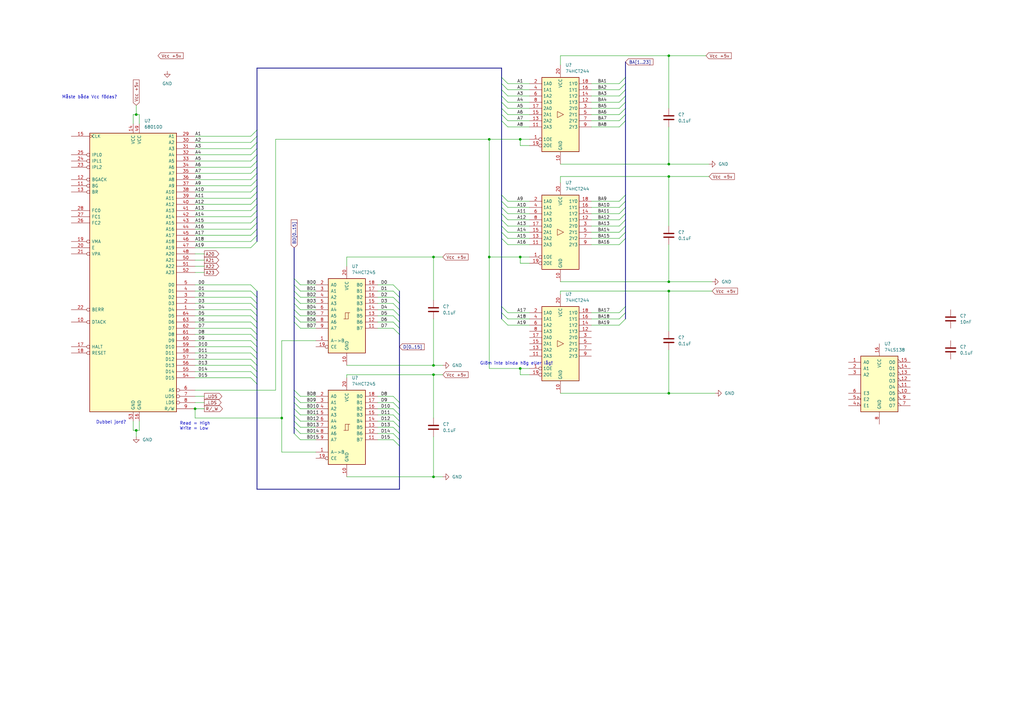
<source format=kicad_sch>
(kicad_sch (version 20211123) (generator eeschema)
  (paper "A3")
  (title_block (title "MB 68k Computer") (date "2022-01-29") (rev "v0.1") (company "Author: Mats Brorson") (comment 1 "License: TBD"))
  (lib_symbols
    (symbol "74xx:74HC245" (pin_names (offset 1.016))
      (property "Reference" "U" (at -7.62 16.51 0))
      (property "Value" "74HC245" (at -7.62 -16.51 0))
      (symbol "74HC245_1_0"
        (polyline (pts (xy -0.635 -1.27) (xy -0.635 1.27) (xy 0.635 1.27)))
        (polyline (pts (xy -1.27 -1.27) (xy 0.635 -1.27) (xy 0.635 1.27) (xy 1.27 1.27)))
        (pin input line (at -12.7 -10.16 0) (length 5.08) (name "A->B") (number "1"))
        (pin power_in line (at 0 -20.32 90) (length 5.08) (name "GND") (number "10"))
        (pin tri_state line (at 12.7 -5.08 180) (length 5.08) (name "B7") (number "11"))
        (pin tri_state line (at 12.7 -2.54 180) (length 5.08) (name "B6") (number "12"))
        (pin tri_state line (at 12.7 0 180) (length 5.08) (name "B5") (number "13"))
        (pin tri_state line (at 12.7 2.54 180) (length 5.08) (name "B4") (number "14"))
        (pin tri_state line (at 12.7 5.08 180) (length 5.08) (name "B3") (number "15"))
        (pin tri_state line (at 12.7 7.62 180) (length 5.08) (name "B2") (number "16"))
        (pin tri_state line (at 12.7 10.16 180) (length 5.08) (name "B1") (number "17"))
        (pin tri_state line (at 12.7 12.7 180) (length 5.08) (name "B0") (number "18"))
        (pin input inverted (at -12.7 -12.7 0) (length 5.08) (name "CE") (number "19"))
        (pin tri_state line (at -12.7 12.7 0) (length 5.08) (name "A0") (number "2"))
        (pin power_in line (at 0 20.32 270) (length 5.08) (name "VCC") (number "20"))
        (pin tri_state line (at -12.7 10.16 0) (length 5.08) (name "A1") (number "3"))
        (pin tri_state line (at -12.7 7.62 0) (length 5.08) (name "A2") (number "4"))
        (pin tri_state line (at -12.7 5.08 0) (length 5.08) (name "A3") (number "5"))
        (pin tri_state line (at -12.7 2.54 0) (length 5.08) (name "A4") (number "6"))
        (pin tri_state line (at -12.7 0 0) (length 5.08) (name "A5") (number "7"))
        (pin tri_state line (at -12.7 -2.54 0) (length 5.08) (name "A6") (number "8"))
        (pin tri_state line (at -12.7 -5.08 0) (length 5.08) (name "A7") (number "9"))
      )
      (symbol "74HC245_1_1"
        (rectangle (start -7.62 15.24) (end 7.62 -15.24) (stroke (width 0.254)) (fill (type background)))
      )
    )
    (symbol "74xx:74HCT244"
      (property "Reference" "U" (at -7.62 16.51 0))
      (property "Value" "74HCT244" (at -7.62 -16.51 0))
      (symbol "74HCT244_1_0"
        (polyline (pts (xy 1.27 0) (xy -1.27 1.27) (xy -1.27 -1.27) (xy 1.27 0)) (stroke (width 0.1524)))
        (pin input inverted (at -12.7 -10.16 0) (length 5.08) (name "1OE") (number "1"))
        (pin power_in line (at 0 -20.32 90) (length 5.08) (name "GND") (number "10"))
        (pin input line (at -12.7 -5.08 0) (length 5.08) (name "2A3") (number "11"))
        (pin tri_state line (at 12.7 5.08 180) (length 5.08) (name "1Y3") (number "12"))
        (pin input line (at -12.7 -2.54 0) (length 5.08) (name "2A2") (number "13"))
        (pin tri_state line (at 12.7 7.62 180) (length 5.08) (name "1Y2") (number "14"))
        (pin input line (at -12.7 0 0) (length 5.08) (name "2A1") (number "15"))
        (pin tri_state line (at 12.7 10.16 180) (length 5.08) (name "1Y1") (number "16"))
        (pin input line (at -12.7 2.54 0) (length 5.08) (name "2A0") (number "17"))
        (pin tri_state line (at 12.7 12.7 180) (length 5.08) (name "1Y0") (number "18"))
        (pin input inverted (at -12.7 -12.7 0) (length 5.08) (name "2OE") (number "19"))
        (pin input line (at -12.7 12.7 0) (length 5.08) (name "1A0") (number "2"))
        (pin power_in line (at 0 20.32 270) (length 5.08) (name "VCC") (number "20"))
        (pin tri_state line (at 12.7 2.54 180) (length 5.08) (name "2Y0") (number "3"))
        (pin input line (at -12.7 10.16 0) (length 5.08) (name "1A1") (number "4"))
        (pin tri_state line (at 12.7 0 180) (length 5.08) (name "2Y1") (number "5"))
        (pin input line (at -12.7 7.62 0) (length 5.08) (name "1A2") (number "6"))
        (pin tri_state line (at 12.7 -2.54 180) (length 5.08) (name "2Y2") (number "7"))
        (pin input line (at -12.7 5.08 0) (length 5.08) (name "1A3") (number "8"))
        (pin tri_state line (at 12.7 -5.08 180) (length 5.08) (name "2Y3") (number "9"))
      )
      (symbol "74HCT244_1_1"
        (rectangle (start -7.62 15.24) (end 7.62 -15.24) (stroke (width 0.254)) (fill (type background)))
      )
    )
    (symbol "74xx:74LS138" (pin_names (offset 1.016))
      (property "Reference" "U" (at -7.62 11.43 0))
      (property "Value" "74LS138" (at -7.62 -13.97 0))
      (symbol "74LS138_1_0"
        (pin input line (at -12.7 7.62 0) (length 5.08) (name "A0") (number "1"))
        (pin output output_low (at 12.7 -5.08 180) (length 5.08) (name "O5") (number "10"))
        (pin output output_low (at 12.7 -2.54 180) (length 5.08) (name "O4") (number "11"))
        (pin output output_low (at 12.7 0 180) (length 5.08) (name "O3") (number "12"))
        (pin output output_low (at 12.7 2.54 180) (length 5.08) (name "O2") (number "13"))
        (pin output output_low (at 12.7 5.08 180) (length 5.08) (name "O1") (number "14"))
        (pin output output_low (at 12.7 7.62 180) (length 5.08) (name "O0") (number "15"))
        (pin power_in line (at 0 15.24 270) (length 5.08) (name "VCC") (number "16"))
        (pin input line (at -12.7 5.08 0) (length 5.08) (name "A1") (number "2"))
        (pin input line (at -12.7 2.54 0) (length 5.08) (name "A2") (number "3"))
        (pin input input_low (at -12.7 -10.16 0) (length 5.08) (name "E1") (number "4"))
        (pin input input_low (at -12.7 -7.62 0) (length 5.08) (name "E2") (number "5"))
        (pin input line (at -12.7 -5.08 0) (length 5.08) (name "E3") (number "6"))
        (pin output output_low (at 12.7 -10.16 180) (length 5.08) (name "O7") (number "7"))
        (pin power_in line (at 0 -17.78 90) (length 5.08) (name "GND") (number "8"))
        (pin output output_low (at 12.7 -7.62 180) (length 5.08) (name "O6") (number "9"))
      )
      (symbol "74LS138_1_1"
        (rectangle (start -7.62 10.16) (end 7.62 -12.7) (stroke (width 0.254)) (fill (type background)))
      )
    )
    (symbol "CPU_NXP_68000:68010D" (pin_names (offset 0.762))
      (property "Reference" "U" (at 0 2.54 0))
      (property "Value" "68010D" (at 0 -3.81 0))
      (symbol "68010D_0_1"
        (rectangle (start -17.78 57.15) (end 17.78 -57.15) (stroke (width 0.254)) (fill (type background)))
      )
      (symbol "68010D_1_1"
        (pin bidirectional line (at 25.4 -15.24 180) (length 7.62) (name "D4") (number "1"))
        (pin input inverted (at -25.4 -20.32 0) (length 7.62) (name "DTACK") (number "10"))
        (pin output inverted (at -25.4 35.56 0) (length 7.62) (name "BG") (number "11"))
        (pin input inverted (at -25.4 38.1 0) (length 7.62) (name "BGACK") (number "12"))
        (pin input inverted (at -25.4 33.02 0) (length 7.62) (name "BR") (number "13"))
        (pin power_in line (at 0 60.96 270) (length 3.81) (name "VCC") (number "14"))
        (pin input clock (at -25.4 55.88 0) (length 7.62) (name "CLK") (number "15"))
        (pin power_in line (at 2.54 -60.96 90) (length 3.81) (name "GND") (number "16"))
        (pin bidirectional inverted (at -25.4 -30.48 0) (length 7.62) (name "HALT") (number "17"))
        (pin bidirectional inverted (at -25.4 -33.02 0) (length 7.62) (name "RESET") (number "18"))
        (pin output inverted (at -25.4 12.7 0) (length 7.62) (name "VMA") (number "19"))
        (pin bidirectional line (at 25.4 -12.7 180) (length 7.62) (name "D3") (number "2"))
        (pin output line (at -25.4 10.16 0) (length 7.62) (name "E") (number "20"))
        (pin input inverted (at -25.4 7.62 0) (length 7.62) (name "VPA") (number "21"))
        (pin input inverted (at -25.4 -15.24 0) (length 7.62) (name "BERR") (number "22"))
        (pin input inverted (at -25.4 43.18 0) (length 7.62) (name "IPL2") (number "23"))
        (pin input inverted (at -25.4 45.72 0) (length 7.62) (name "IPL1") (number "24"))
        (pin input inverted (at -25.4 48.26 0) (length 7.62) (name "IPL0") (number "25"))
        (pin output line (at -25.4 20.32 0) (length 7.62) (name "FC2") (number "26"))
        (pin output line (at -25.4 22.86 0) (length 7.62) (name "FC1") (number "27"))
        (pin output line (at -25.4 25.4 0) (length 7.62) (name "FC0") (number "28"))
        (pin output line (at 25.4 55.88 180) (length 7.62) (name "A1") (number "29"))
        (pin bidirectional line (at 25.4 -10.16 180) (length 7.62) (name "D2") (number "3"))
        (pin output line (at 25.4 53.34 180) (length 7.62) (name "A2") (number "30"))
        (pin output line (at 25.4 50.8 180) (length 7.62) (name "A3") (number "31"))
        (pin output line (at 25.4 48.26 180) (length 7.62) (name "A4") (number "32"))
        (pin output line (at 25.4 45.72 180) (length 7.62) (name "A5") (number "33"))
        (pin output line (at 25.4 43.18 180) (length 7.62) (name "A6") (number "34"))
        (pin output line (at 25.4 40.64 180) (length 7.62) (name "A7") (number "35"))
        (pin output line (at 25.4 38.1 180) (length 7.62) (name "A8") (number "36"))
        (pin output line (at 25.4 35.56 180) (length 7.62) (name "A9") (number "37"))
        (pin output line (at 25.4 33.02 180) (length 7.62) (name "A10") (number "38"))
        (pin output line (at 25.4 30.48 180) (length 7.62) (name "A11") (number "39"))
        (pin bidirectional line (at 25.4 -7.62 180) (length 7.62) (name "D1") (number "4"))
        (pin output line (at 25.4 27.94 180) (length 7.62) (name "A12") (number "40"))
        (pin output line (at 25.4 25.4 180) (length 7.62) (name "A13") (number "41"))
        (pin output line (at 25.4 22.86 180) (length 7.62) (name "A14") (number "42"))
        (pin output line (at 25.4 20.32 180) (length 7.62) (name "A15") (number "43"))
        (pin output line (at 25.4 17.78 180) (length 7.62) (name "A16") (number "44"))
        (pin output line (at 25.4 15.24 180) (length 7.62) (name "A17") (number "45"))
        (pin output line (at 25.4 12.7 180) (length 7.62) (name "A18") (number "46"))
        (pin output line (at 25.4 10.16 180) (length 7.62) (name "A19") (number "47"))
        (pin output line (at 25.4 7.62 180) (length 7.62) (name "A20") (number "48"))
        (pin power_in line (at 2.54 60.96 270) (length 3.81) (name "VCC") (number "49"))
        (pin bidirectional line (at 25.4 -5.08 180) (length 7.62) (name "D0") (number "5"))
        (pin output line (at 25.4 5.08 180) (length 7.62) (name "A21") (number "50"))
        (pin output line (at 25.4 2.54 180) (length 7.62) (name "A22") (number "51"))
        (pin output line (at 25.4 0 180) (length 7.62) (name "A23") (number "52"))
        (pin power_in line (at 0 -60.96 90) (length 3.81) (name "GND") (number "53"))
        (pin bidirectional line (at 25.4 -43.18 180) (length 7.62) (name "D15") (number "54"))
        (pin bidirectional line (at 25.4 -40.64 180) (length 7.62) (name "D14") (number "55"))
        (pin bidirectional line (at 25.4 -38.1 180) (length 7.62) (name "D13") (number "56"))
        (pin bidirectional line (at 25.4 -35.56 180) (length 7.62) (name "D12") (number "57"))
        (pin bidirectional line (at 25.4 -33.02 180) (length 7.62) (name "D11") (number "58"))
        (pin bidirectional line (at 25.4 -30.48 180) (length 7.62) (name "D10") (number "59"))
        (pin output inverted (at 25.4 -48.26 180) (length 7.62) (name "AS") (number "6"))
        (pin bidirectional line (at 25.4 -27.94 180) (length 7.62) (name "D9") (number "60"))
        (pin bidirectional line (at 25.4 -25.4 180) (length 7.62) (name "D8") (number "61"))
        (pin bidirectional line (at 25.4 -22.86 180) (length 7.62) (name "D7") (number "62"))
        (pin bidirectional line (at 25.4 -20.32 180) (length 7.62) (name "D6") (number "63"))
        (pin bidirectional line (at 25.4 -17.78 180) (length 7.62) (name "D5") (number "64"))
        (pin output inverted (at 25.4 -50.8 180) (length 7.62) (name "UDS") (number "7"))
        (pin output inverted (at 25.4 -53.34 180) (length 7.62) (name "LDS") (number "8"))
        (pin output line (at 25.4 -55.88 180) (length 7.62) (name "R/W") (number "9"))
      )
    )
    (symbol "Device:C" (pin_numbers hide) (pin_names (offset 0.254))
      (property "Reference" "C" (at 0.635 2.54 0))
      (property "Value" "C" (at 0.635 -2.54 0))
      (symbol "C_0_1"
        (polyline (pts (xy -2.032 -0.762) (xy 2.032 -0.762)) (stroke (width 0.508)))
        (polyline (pts (xy -2.032 0.762) (xy 2.032 0.762)) (stroke (width 0.508)))
      )
      (symbol "C_1_1"
        (pin passive line (at 0 3.81 270) (length 2.794) (name "~") (number "1"))
        (pin passive line (at 0 -3.81 90) (length 2.794) (name "~") (number "2"))
      )
    )
    (symbol "power:GND" (power) (pin_names (offset 0))
      (property "Value" "GND" (at 0 -3.81 0))
      (symbol "GND_0_1"
        (polyline (pts (xy 0 0) (xy 0 -1.27) (xy 1.27 -1.27) (xy 0 -2.54) (xy -1.27 -1.27) (xy 0 -1.27)))
      )
      (symbol "GND_1_1"
        (pin power_in line (at 0 0 270) (length 0) hide (name "GND") (number "1"))
      )
    )
  )
  (junction (at 274.32 22.86))
  (junction (at 274.32 161.29))
  (junction (at 213.36 57.15))
  (junction (at 200.66 105.41))
  (junction (at 55.88 176.53))
  (junction (at 177.8 153.67))
  (junction (at 274.32 115.57))
  (junction (at 177.8 105.41))
  (junction (at 213.36 151.13))
  (junction (at 213.36 105.41))
  (junction (at 55.88 46.99))
  (junction (at 115.57 171.45))
  (junction (at 177.8 149.86))
  (junction (at 274.32 72.39))
  (junction (at 274.32 67.31))
  (junction (at 200.66 57.15))
  (junction (at 177.8 195.58))
  (junction (at 80.01 167.64))
  (junction (at 274.32 119.38))
  (bus_entry (at 163.83 177.8) (size -2.54 -2.54))
  (bus_entry (at 120.65 132.08) (size 2.54 2.54))
  (bus_entry (at 120.65 129.54) (size 2.54 2.54))
  (bus_entry (at 120.65 127) (size 2.54 2.54))
  (bus_entry (at 120.65 124.46) (size 2.54 2.54))
  (bus_entry (at 120.65 121.92) (size 2.54 2.54))
  (bus_entry (at 120.65 114.3) (size 2.54 2.54))
  (bus_entry (at 120.65 116.84) (size 2.54 2.54))
  (bus_entry (at 120.65 119.38) (size 2.54 2.54))
  (bus_entry (at 120.65 165.1) (size 2.54 2.54))
  (bus_entry (at 120.65 167.64) (size 2.54 2.54))
  (bus_entry (at 120.65 177.8) (size 2.54 2.54))
  (bus_entry (at 120.65 162.56) (size 2.54 2.54))
  (bus_entry (at 120.65 170.18) (size 2.54 2.54))
  (bus_entry (at 120.65 175.26) (size 2.54 2.54))
  (bus_entry (at 120.65 172.72) (size 2.54 2.54))
  (bus_entry (at 120.65 160.02) (size 2.54 2.54))
  (bus_entry (at 102.87 149.86) (size 2.54 2.54))
  (bus_entry (at 102.87 152.4) (size 2.54 2.54))
  (bus_entry (at 102.87 134.62) (size 2.54 2.54))
  (bus_entry (at 102.87 99.06) (size 2.54 -2.54))
  (bus_entry (at 102.87 101.6) (size 2.54 -2.54))
  (bus_entry (at 102.87 96.52) (size 2.54 -2.54))
  (bus_entry (at 102.87 93.98) (size 2.54 -2.54))
  (bus_entry (at 163.83 170.18) (size -2.54 -2.54))
  (bus_entry (at 163.83 124.46) (size -2.54 -2.54))
  (bus_entry (at 163.83 127) (size -2.54 -2.54))
  (bus_entry (at 102.87 121.92) (size 2.54 2.54))
  (bus_entry (at 102.87 124.46) (size 2.54 2.54))
  (bus_entry (at 163.83 137.16) (size -2.54 -2.54))
  (bus_entry (at 102.87 154.94) (size 2.54 2.54))
  (bus_entry (at 102.87 119.38) (size 2.54 2.54))
  (bus_entry (at 163.83 119.38) (size -2.54 -2.54))
  (bus_entry (at 163.83 180.34) (size -2.54 -2.54))
  (bus_entry (at 163.83 175.26) (size -2.54 -2.54))
  (bus_entry (at 102.87 127) (size 2.54 2.54))
  (bus_entry (at 102.87 147.32) (size 2.54 2.54))
  (bus_entry (at 163.83 165.1) (size -2.54 -2.54))
  (bus_entry (at 102.87 137.16) (size 2.54 2.54))
  (bus_entry (at 102.87 83.82) (size 2.54 -2.54))
  (bus_entry (at 102.87 86.36) (size 2.54 -2.54))
  (bus_entry (at 102.87 81.28) (size 2.54 -2.54))
  (bus_entry (at 102.87 88.9) (size 2.54 -2.54))
  (bus_entry (at 102.87 76.2) (size 2.54 -2.54))
  (bus_entry (at 102.87 73.66) (size 2.54 -2.54))
  (bus_entry (at 102.87 91.44) (size 2.54 -2.54))
  (bus_entry (at 102.87 68.58) (size 2.54 -2.54))
  (bus_entry (at 102.87 71.12) (size 2.54 -2.54))
  (bus_entry (at 102.87 55.88) (size 2.54 -2.54))
  (bus_entry (at 102.87 58.42) (size 2.54 -2.54))
  (bus_entry (at 102.87 60.96) (size 2.54 -2.54))
  (bus_entry (at 102.87 78.74) (size 2.54 -2.54))
  (bus_entry (at 102.87 66.04) (size 2.54 -2.54))
  (bus_entry (at 102.87 63.5) (size 2.54 -2.54))
  (bus_entry (at 163.83 134.62) (size -2.54 -2.54))
  (bus_entry (at 205.74 130.81) (size 2.54 2.54))
  (bus_entry (at 205.74 128.27) (size 2.54 2.54))
  (bus_entry (at 205.74 125.73) (size 2.54 2.54))
  (bus_entry (at 205.74 97.79) (size 2.54 2.54))
  (bus_entry (at 205.74 95.25) (size 2.54 2.54))
  (bus_entry (at 205.74 46.99) (size 2.54 2.54))
  (bus_entry (at 205.74 49.53) (size 2.54 2.54))
  (bus_entry (at 205.74 36.83) (size 2.54 2.54))
  (bus_entry (at 205.74 41.91) (size 2.54 2.54))
  (bus_entry (at 205.74 39.37) (size 2.54 2.54))
  (bus_entry (at 205.74 44.45) (size 2.54 2.54))
  (bus_entry (at 205.74 34.29) (size 2.54 2.54))
  (bus_entry (at 205.74 31.75) (size 2.54 2.54))
  (bus_entry (at 205.74 85.09) (size 2.54 2.54))
  (bus_entry (at 205.74 90.17) (size 2.54 2.54))
  (bus_entry (at 205.74 87.63) (size 2.54 2.54))
  (bus_entry (at 205.74 92.71) (size 2.54 2.54))
  (bus_entry (at 205.74 82.55) (size 2.54 2.54))
  (bus_entry (at 205.74 80.01) (size 2.54 2.54))
  (bus_entry (at 102.87 139.7) (size 2.54 2.54))
  (bus_entry (at 102.87 144.78) (size 2.54 2.54))
  (bus_entry (at 254 49.53) (size 2.54 -2.54))
  (bus_entry (at 254 52.07) (size 2.54 -2.54))
  (bus_entry (at 254 90.17) (size 2.54 -2.54))
  (bus_entry (at 254 92.71) (size 2.54 -2.54))
  (bus_entry (at 254 87.63) (size 2.54 -2.54))
  (bus_entry (at 254 85.09) (size 2.54 -2.54))
  (bus_entry (at 254 82.55) (size 2.54 -2.54))
  (bus_entry (at 254 95.25) (size 2.54 -2.54))
  (bus_entry (at 254 97.79) (size 2.54 -2.54))
  (bus_entry (at 254 100.33) (size 2.54 -2.54))
  (bus_entry (at 254 133.35) (size 2.54 -2.54))
  (bus_entry (at 254 130.81) (size 2.54 -2.54))
  (bus_entry (at 254 128.27) (size 2.54 -2.54))
  (bus_entry (at 254 39.37) (size 2.54 -2.54))
  (bus_entry (at 254 36.83) (size 2.54 -2.54))
  (bus_entry (at 254 41.91) (size 2.54 -2.54))
  (bus_entry (at 254 44.45) (size 2.54 -2.54))
  (bus_entry (at 254 46.99) (size 2.54 -2.54))
  (bus_entry (at 254 34.29) (size 2.54 -2.54))
  (bus_entry (at 163.83 129.54) (size -2.54 -2.54))
  (bus_entry (at 102.87 129.54) (size 2.54 2.54))
  (bus_entry (at 102.87 132.08) (size 2.54 2.54))
  (bus_entry (at 102.87 116.84) (size 2.54 2.54))
  (bus_entry (at 163.83 167.64) (size -2.54 -2.54))
  (bus_entry (at 163.83 182.88) (size -2.54 -2.54))
  (bus_entry (at 163.83 121.92) (size -2.54 -2.54))
  (bus_entry (at 102.87 142.24) (size 2.54 2.54))
  (bus_entry (at 163.83 172.72) (size -2.54 -2.54))
  (bus_entry (at 163.83 132.08) (size -2.54 -2.54))
  (wire (pts (xy 115.57 139.7) (xy 129.54 139.7)))
  (wire (pts (xy 229.87 22.86) (xy 229.87 26.67)))
  (wire (pts (xy 123.19 172.72) (xy 129.54 172.72)))
  (wire (pts (xy 142.24 154.94) (xy 142.24 153.67)))
  (wire (pts (xy 80.01 129.54) (xy 102.87 129.54)))
  (wire (pts (xy 80.01 171.45) (xy 115.57 171.45)))
  (wire (pts (xy 242.57 44.45) (xy 254 44.45)))
  (bus (pts (xy 256.54 41.91) (xy 256.54 44.45)))
  (wire (pts (xy 80.01 68.58) (xy 102.87 68.58)))
  (wire (pts (xy 242.57 46.99) (xy 254 46.99)))
  (bus (pts (xy 120.65 124.46) (xy 120.65 127)))
  (wire (pts (xy 200.66 57.15) (xy 213.36 57.15)))
  (wire (pts (xy 229.87 67.31) (xy 274.32 67.31)))
  (bus (pts (xy 205.74 82.55) (xy 205.74 85.09)))
  (wire (pts (xy 80.01 137.16) (xy 102.87 137.16)))
  (wire (pts (xy 80.01 78.74) (xy 102.87 78.74)))
  (bus (pts (xy 205.74 27.94) (xy 205.74 31.75)))
  (bus (pts (xy 256.54 80.01) (xy 256.54 82.55)))
  (wire (pts (xy 208.28 130.81) (xy 217.17 130.81)))
  (bus (pts (xy 105.41 149.86) (xy 105.41 152.4)))
  (bus (pts (xy 205.74 39.37) (xy 205.74 41.91)))
  (bus (pts (xy 105.41 154.94) (xy 105.41 157.48)))
  (bus (pts (xy 120.65 116.84) (xy 120.65 119.38)))
  (wire (pts (xy 208.28 44.45) (xy 217.17 44.45)))
  (bus (pts (xy 163.83 177.8) (xy 163.83 180.34)))
  (bus (pts (xy 205.74 85.09) (xy 205.74 87.63)))
  (wire (pts (xy 57.15 172.72) (xy 57.15 176.53)))
  (wire (pts (xy 142.24 195.58) (xy 177.8 195.58)))
  (wire (pts (xy 208.28 49.53) (xy 217.17 49.53)))
  (bus (pts (xy 105.41 60.96) (xy 105.41 58.42)))
  (wire (pts (xy 80.01 83.82) (xy 102.87 83.82)))
  (bus (pts (xy 163.83 165.1) (xy 163.83 167.64)))
  (bus (pts (xy 105.41 134.62) (xy 105.41 137.16)))
  (wire (pts (xy 274.32 115.57) (xy 292.1 115.57)))
  (wire (pts (xy 80.01 81.28) (xy 102.87 81.28)))
  (bus (pts (xy 120.65 172.72) (xy 120.65 175.26)))
  (wire (pts (xy 123.19 175.26) (xy 129.54 175.26)))
  (wire (pts (xy 274.32 22.86) (xy 289.56 22.86)))
  (bus (pts (xy 120.65 160.02) (xy 120.65 162.56)))
  (bus (pts (xy 105.41 99.06) (xy 105.41 96.52)))
  (bus (pts (xy 105.41 127) (xy 105.41 129.54)))
  (bus (pts (xy 105.41 68.58) (xy 105.41 66.04)))
  (wire (pts (xy 208.28 36.83) (xy 217.17 36.83)))
  (bus (pts (xy 105.41 129.54) (xy 105.41 132.08)))
  (wire (pts (xy 242.57 34.29) (xy 254 34.29)))
  (wire (pts (xy 80.01 127) (xy 102.87 127)))
  (wire (pts (xy 80.01 109.22) (xy 83.82 109.22)))
  (bus (pts (xy 256.54 95.25) (xy 256.54 97.79)))
  (wire (pts (xy 123.19 134.62) (xy 129.54 134.62)))
  (wire (pts (xy 80.01 66.04) (xy 102.87 66.04)))
  (wire (pts (xy 142.24 153.67) (xy 177.8 153.67)))
  (wire (pts (xy 80.01 63.5) (xy 102.87 63.5)))
  (wire (pts (xy 113.03 57.15) (xy 200.66 57.15)))
  (wire (pts (xy 154.94 167.64) (xy 161.29 167.64)))
  (wire (pts (xy 54.61 172.72) (xy 54.61 176.53)))
  (wire (pts (xy 274.32 119.38) (xy 292.1 119.38)))
  (wire (pts (xy 123.19 121.92) (xy 129.54 121.92)))
  (bus (pts (xy 105.41 63.5) (xy 105.41 60.96)))
  (wire (pts (xy 80.01 160.02) (xy 113.03 160.02)))
  (wire (pts (xy 242.57 87.63) (xy 254 87.63)))
  (wire (pts (xy 274.32 161.29) (xy 293.37 161.29)))
  (bus (pts (xy 163.83 167.64) (xy 163.83 170.18)))
  (wire (pts (xy 242.57 82.55) (xy 254 82.55)))
  (wire (pts (xy 80.01 60.96) (xy 102.87 60.96)))
  (wire (pts (xy 80.01 111.76) (xy 83.82 111.76)))
  (bus (pts (xy 105.41 88.9) (xy 105.41 86.36)))
  (wire (pts (xy 80.01 73.66) (xy 102.87 73.66)))
  (wire (pts (xy 80.01 91.44) (xy 102.87 91.44)))
  (wire (pts (xy 229.87 115.57) (xy 274.32 115.57)))
  (wire (pts (xy 208.28 41.91) (xy 217.17 41.91)))
  (wire (pts (xy 123.19 167.64) (xy 129.54 167.64)))
  (bus (pts (xy 163.83 182.88) (xy 163.83 200.66)))
  (bus (pts (xy 256.54 46.99) (xy 256.54 49.53)))
  (bus (pts (xy 163.83 124.46) (xy 163.83 127)))
  (wire (pts (xy 242.57 49.53) (xy 254 49.53)))
  (wire (pts (xy 80.01 76.2) (xy 102.87 76.2)))
  (bus (pts (xy 105.41 157.48) (xy 105.41 200.66)))
  (wire (pts (xy 80.01 149.86) (xy 102.87 149.86)))
  (wire (pts (xy 154.94 127) (xy 161.29 127)))
  (wire (pts (xy 80.01 101.6) (xy 102.87 101.6)))
  (bus (pts (xy 256.54 44.45) (xy 256.54 46.99)))
  (bus (pts (xy 256.54 25.4) (xy 256.54 31.75)))
  (wire (pts (xy 80.01 71.12) (xy 102.87 71.12)))
  (bus (pts (xy 120.65 114.3) (xy 120.65 116.84)))
  (bus (pts (xy 163.83 172.72) (xy 163.83 175.26)))
  (bus (pts (xy 105.41 144.78) (xy 105.41 147.32)))
  (bus (pts (xy 163.83 127) (xy 163.83 129.54)))
  (wire (pts (xy 274.32 100.33) (xy 274.32 115.57)))
  (wire (pts (xy 274.32 67.31) (xy 290.83 67.31)))
  (bus (pts (xy 105.41 76.2) (xy 105.41 73.66)))
  (wire (pts (xy 55.88 176.53) (xy 57.15 176.53)))
  (bus (pts (xy 120.65 101.6) (xy 120.65 114.3)))
  (wire (pts (xy 80.01 86.36) (xy 102.87 86.36)))
  (bus (pts (xy 205.74 128.27) (xy 205.74 130.81)))
  (wire (pts (xy 242.57 97.79) (xy 254 97.79)))
  (bus (pts (xy 256.54 82.55) (xy 256.54 85.09)))
  (wire (pts (xy 242.57 92.71) (xy 254 92.71)))
  (wire (pts (xy 177.8 105.41) (xy 181.61 105.41)))
  (bus (pts (xy 163.83 132.08) (xy 163.83 134.62)))
  (bus (pts (xy 205.74 36.83) (xy 205.74 39.37)))
  (wire (pts (xy 54.61 176.53) (xy 55.88 176.53)))
  (wire (pts (xy 242.57 95.25) (xy 254 95.25)))
  (wire (pts (xy 274.32 72.39) (xy 290.83 72.39)))
  (bus (pts (xy 256.54 128.27) (xy 256.54 130.81)))
  (wire (pts (xy 208.28 95.25) (xy 217.17 95.25)))
  (wire (pts (xy 123.19 119.38) (xy 129.54 119.38)))
  (wire (pts (xy 208.28 97.79) (xy 217.17 97.79)))
  (bus (pts (xy 205.74 41.91) (xy 205.74 44.45)))
  (wire (pts (xy 242.57 128.27) (xy 254 128.27)))
  (bus (pts (xy 163.83 137.16) (xy 163.83 165.1)))
  (wire (pts (xy 242.57 41.91) (xy 254 41.91)))
  (wire (pts (xy 217.17 151.13) (xy 213.36 151.13)))
  (wire (pts (xy 274.32 22.86) (xy 274.32 44.45)))
  (wire (pts (xy 80.01 106.68) (xy 83.82 106.68)))
  (bus (pts (xy 205.74 87.63) (xy 205.74 90.17)))
  (bus (pts (xy 120.65 129.54) (xy 120.65 132.08)))
  (wire (pts (xy 80.01 93.98) (xy 102.87 93.98)))
  (bus (pts (xy 120.65 121.92) (xy 120.65 124.46)))
  (wire (pts (xy 274.32 119.38) (xy 274.32 135.89)))
  (wire (pts (xy 115.57 185.42) (xy 129.54 185.42)))
  (bus (pts (xy 163.83 119.38) (xy 163.83 121.92)))
  (wire (pts (xy 229.87 22.86) (xy 274.32 22.86)))
  (bus (pts (xy 105.41 139.7) (xy 105.41 142.24)))
  (wire (pts (xy 229.87 119.38) (xy 229.87 120.65)))
  (wire (pts (xy 200.66 105.41) (xy 200.66 57.15)))
  (bus (pts (xy 105.41 55.88) (xy 105.41 53.34)))
  (wire (pts (xy 217.17 107.95) (xy 213.36 107.95)))
  (wire (pts (xy 154.94 124.46) (xy 161.29 124.46)))
  (bus (pts (xy 205.74 90.17) (xy 205.74 92.71)))
  (wire (pts (xy 80.01 116.84) (xy 102.87 116.84)))
  (wire (pts (xy 177.8 179.07) (xy 177.8 195.58)))
  (wire (pts (xy 274.32 72.39) (xy 274.32 92.71)))
  (wire (pts (xy 80.01 96.52) (xy 102.87 96.52)))
  (bus (pts (xy 120.65 175.26) (xy 120.65 177.8)))
  (wire (pts (xy 154.94 132.08) (xy 161.29 132.08)))
  (bus (pts (xy 256.54 31.75) (xy 256.54 34.29)))
  (bus (pts (xy 256.54 34.29) (xy 256.54 36.83)))
  (wire (pts (xy 208.28 100.33) (xy 217.17 100.33)))
  (wire (pts (xy 80.01 167.64) (xy 83.82 167.64)))
  (bus (pts (xy 105.41 152.4) (xy 105.41 154.94)))
  (wire (pts (xy 213.36 59.69) (xy 213.36 57.15)))
  (bus (pts (xy 205.74 31.75) (xy 205.74 34.29)))
  (bus (pts (xy 105.41 124.46) (xy 105.41 127)))
  (wire (pts (xy 154.94 129.54) (xy 161.29 129.54)))
  (wire (pts (xy 142.24 109.22) (xy 142.24 105.41)))
  (wire (pts (xy 142.24 149.86) (xy 177.8 149.86)))
  (bus (pts (xy 256.54 85.09) (xy 256.54 87.63)))
  (bus (pts (xy 105.41 119.38) (xy 105.41 121.92)))
  (wire (pts (xy 123.19 165.1) (xy 129.54 165.1)))
  (wire (pts (xy 274.32 52.07) (xy 274.32 67.31)))
  (wire (pts (xy 80.01 88.9) (xy 102.87 88.9)))
  (bus (pts (xy 120.65 170.18) (xy 120.65 172.72)))
  (bus (pts (xy 105.41 137.16) (xy 105.41 139.7)))
  (bus (pts (xy 105.41 58.42) (xy 105.41 55.88)))
  (wire (pts (xy 229.87 72.39) (xy 274.32 72.39)))
  (wire (pts (xy 154.94 175.26) (xy 161.29 175.26)))
  (wire (pts (xy 142.24 105.41) (xy 177.8 105.41)))
  (wire (pts (xy 213.36 153.67) (xy 213.36 151.13)))
  (bus (pts (xy 256.54 49.53) (xy 256.54 80.01)))
  (bus (pts (xy 105.41 81.28) (xy 105.41 78.74)))
  (bus (pts (xy 205.74 125.73) (xy 205.74 128.27)))
  (wire (pts (xy 154.94 172.72) (xy 161.29 172.72)))
  (bus (pts (xy 256.54 90.17) (xy 256.54 92.71)))
  (wire (pts (xy 208.28 85.09) (xy 217.17 85.09)))
  (bus (pts (xy 120.65 162.56) (xy 120.65 165.1)))
  (wire (pts (xy 229.87 72.39) (xy 229.87 74.93)))
  (wire (pts (xy 57.15 46.99) (xy 57.15 50.8)))
  (bus (pts (xy 205.74 80.01) (xy 205.74 82.55)))
  (bus (pts (xy 205.74 34.29) (xy 205.74 36.83)))
  (bus (pts (xy 205.74 95.25) (xy 205.74 97.79)))
  (wire (pts (xy 242.57 39.37) (xy 254 39.37)))
  (wire (pts (xy 208.28 34.29) (xy 217.17 34.29)))
  (bus (pts (xy 163.83 134.62) (xy 163.83 137.16)))
  (bus (pts (xy 120.65 167.64) (xy 120.65 170.18)))
  (bus (pts (xy 256.54 87.63) (xy 256.54 90.17)))
  (wire (pts (xy 242.57 130.81) (xy 254 130.81)))
  (wire (pts (xy 229.87 119.38) (xy 274.32 119.38)))
  (wire (pts (xy 177.8 105.41) (xy 177.8 123.19)))
  (wire (pts (xy 80.01 121.92) (xy 102.87 121.92)))
  (wire (pts (xy 123.19 127) (xy 129.54 127)))
  (wire (pts (xy 217.17 153.67) (xy 213.36 153.67)))
  (wire (pts (xy 177.8 153.67) (xy 181.61 153.67)))
  (wire (pts (xy 55.88 176.53) (xy 55.88 179.07)))
  (bus (pts (xy 205.74 46.99) (xy 205.74 49.53)))
  (bus (pts (xy 120.65 119.38) (xy 120.65 121.92)))
  (bus (pts (xy 105.41 132.08) (xy 105.41 134.62)))
  (wire (pts (xy 80.01 55.88) (xy 102.87 55.88)))
  (wire (pts (xy 177.8 153.67) (xy 177.8 171.45)))
  (wire (pts (xy 208.28 39.37) (xy 217.17 39.37)))
  (wire (pts (xy 154.94 180.34) (xy 161.29 180.34)))
  (bus (pts (xy 105.41 78.74) (xy 105.41 76.2)))
  (wire (pts (xy 208.28 46.99) (xy 217.17 46.99)))
  (bus (pts (xy 105.41 86.36) (xy 105.41 83.82)))
  (wire (pts (xy 80.01 58.42) (xy 102.87 58.42)))
  (wire (pts (xy 229.87 161.29) (xy 274.32 161.29)))
  (wire (pts (xy 154.94 170.18) (xy 161.29 170.18)))
  (wire (pts (xy 213.36 107.95) (xy 213.36 105.41)))
  (bus (pts (xy 163.83 175.26) (xy 163.83 177.8)))
  (wire (pts (xy 55.88 46.99) (xy 57.15 46.99)))
  (wire (pts (xy 213.36 151.13) (xy 200.66 151.13)))
  (wire (pts (xy 242.57 133.35) (xy 254 133.35)))
  (wire (pts (xy 123.19 124.46) (xy 129.54 124.46)))
  (wire (pts (xy 208.28 133.35) (xy 217.17 133.35)))
  (wire (pts (xy 80.01 147.32) (xy 102.87 147.32)))
  (wire (pts (xy 80.01 104.14) (xy 83.82 104.14)))
  (bus (pts (xy 105.41 27.94) (xy 205.74 27.94)))
  (wire (pts (xy 80.01 134.62) (xy 102.87 134.62)))
  (bus (pts (xy 105.41 83.82) (xy 105.41 81.28)))
  (wire (pts (xy 242.57 85.09) (xy 254 85.09)))
  (bus (pts (xy 105.41 53.34) (xy 105.41 27.94)))
  (wire (pts (xy 200.66 105.41) (xy 213.36 105.41)))
  (wire (pts (xy 217.17 59.69) (xy 213.36 59.69)))
  (wire (pts (xy 55.88 43.18) (xy 55.88 46.99)))
  (wire (pts (xy 242.57 90.17) (xy 254 90.17)))
  (wire (pts (xy 123.19 116.84) (xy 129.54 116.84)))
  (wire (pts (xy 123.19 177.8) (xy 129.54 177.8)))
  (bus (pts (xy 163.83 180.34) (xy 163.83 182.88)))
  (bus (pts (xy 205.74 44.45) (xy 205.74 46.99)))
  (wire (pts (xy 80.01 167.64) (xy 80.01 171.45)))
  (wire (pts (xy 242.57 36.83) (xy 254 36.83)))
  (bus (pts (xy 205.74 97.79) (xy 205.74 125.73)))
  (wire (pts (xy 154.94 165.1) (xy 161.29 165.1)))
  (bus (pts (xy 163.83 129.54) (xy 163.83 132.08)))
  (bus (pts (xy 105.41 147.32) (xy 105.41 149.86)))
  (bus (pts (xy 163.83 170.18) (xy 163.83 172.72)))
  (bus (pts (xy 256.54 125.73) (xy 256.54 128.27)))
  (wire (pts (xy 154.94 177.8) (xy 161.29 177.8)))
  (wire (pts (xy 80.01 165.1) (xy 83.82 165.1)))
  (wire (pts (xy 208.28 90.17) (xy 217.17 90.17)))
  (bus (pts (xy 163.83 121.92) (xy 163.83 124.46)))
  (bus (pts (xy 256.54 36.83) (xy 256.54 39.37)))
  (wire (pts (xy 208.28 87.63) (xy 217.17 87.63)))
  (wire (pts (xy 115.57 171.45) (xy 115.57 185.42)))
  (wire (pts (xy 242.57 100.33) (xy 254 100.33)))
  (bus (pts (xy 256.54 92.71) (xy 256.54 95.25)))
  (bus (pts (xy 256.54 97.79) (xy 256.54 125.73)))
  (wire (pts (xy 154.94 162.56) (xy 161.29 162.56)))
  (bus (pts (xy 105.41 142.24) (xy 105.41 144.78)))
  (wire (pts (xy 80.01 99.06) (xy 102.87 99.06)))
  (bus (pts (xy 105.41 121.92) (xy 105.41 124.46)))
  (wire (pts (xy 123.19 129.54) (xy 129.54 129.54)))
  (bus (pts (xy 105.41 93.98) (xy 105.41 91.44)))
  (wire (pts (xy 154.94 116.84) (xy 161.29 116.84)))
  (bus (pts (xy 105.41 96.52) (xy 105.41 93.98)))
  (wire (pts (xy 113.03 160.02) (xy 113.03 57.15)))
  (wire (pts (xy 154.94 121.92) (xy 161.29 121.92)))
  (wire (pts (xy 177.8 149.86) (xy 181.61 149.86)))
  (wire (pts (xy 80.01 124.46) (xy 102.87 124.46)))
  (wire (pts (xy 80.01 152.4) (xy 102.87 152.4)))
  (bus (pts (xy 105.41 91.44) (xy 105.41 88.9)))
  (bus (pts (xy 105.41 200.66) (xy 163.83 200.66)))
  (wire (pts (xy 154.94 119.38) (xy 161.29 119.38)))
  (bus (pts (xy 105.41 71.12) (xy 105.41 68.58)))
  (bus (pts (xy 256.54 39.37) (xy 256.54 41.91)))
  (wire (pts (xy 274.32 143.51) (xy 274.32 161.29)))
  (wire (pts (xy 54.61 46.99) (xy 55.88 46.99)))
  (bus (pts (xy 120.65 165.1) (xy 120.65 167.64)))
  (bus (pts (xy 205.74 92.71) (xy 205.74 95.25)))
  (wire (pts (xy 208.28 128.27) (xy 217.17 128.27)))
  (wire (pts (xy 200.66 151.13) (xy 200.66 105.41)))
  (wire (pts (xy 80.01 119.38) (xy 102.87 119.38)))
  (wire (pts (xy 54.61 50.8) (xy 54.61 46.99)))
  (bus (pts (xy 105.41 73.66) (xy 105.41 71.12)))
  (wire (pts (xy 123.19 132.08) (xy 129.54 132.08)))
  (wire (pts (xy 123.19 170.18) (xy 129.54 170.18)))
  (bus (pts (xy 120.65 127) (xy 120.65 129.54)))
  (wire (pts (xy 80.01 154.94) (xy 102.87 154.94)))
  (wire (pts (xy 80.01 142.24) (xy 102.87 142.24)))
  (bus (pts (xy 205.74 49.53) (xy 205.74 80.01)))
  (wire (pts (xy 115.57 139.7) (xy 115.57 171.45)))
  (wire (pts (xy 213.36 57.15) (xy 217.17 57.15)))
  (wire (pts (xy 80.01 139.7) (xy 102.87 139.7)))
  (wire (pts (xy 177.8 195.58) (xy 181.61 195.58)))
  (wire (pts (xy 80.01 162.56) (xy 83.82 162.56)))
  (wire (pts (xy 208.28 52.07) (xy 217.17 52.07)))
  (bus (pts (xy 120.65 132.08) (xy 120.65 160.02)))
  (wire (pts (xy 242.57 52.07) (xy 254 52.07)))
  (wire (pts (xy 177.8 130.81) (xy 177.8 149.86)))
  (wire (pts (xy 208.28 82.55) (xy 217.17 82.55)))
  (wire (pts (xy 123.19 180.34) (xy 129.54 180.34)))
  (wire (pts (xy 80.01 144.78) (xy 102.87 144.78)))
  (wire (pts (xy 154.94 134.62) (xy 161.29 134.62)))
  (wire (pts (xy 213.36 105.41) (xy 217.17 105.41)))
  (wire (pts (xy 80.01 132.08) (xy 102.87 132.08)))
  (wire (pts (xy 123.19 162.56) (xy 129.54 162.56)))
  (wire (pts (xy 208.28 92.71) (xy 217.17 92.71)))
  (bus (pts (xy 105.41 66.04) (xy 105.41 63.5)))
  (text "Måste båda Vcc födas?" (at 25.4 40.64 0) (effects (font (size 1.27 1.27)) (justify left bottom)))
  (text "Read = High\nWrite = Low" (at 73.66 176.53 0) (effects (font (size 1.27 1.27)) (justify left bottom)))
  (text "Glöm inte binda hög eller låg!" (at 196.85 149.86 0) (effects (font (size 1.27 1.27)) (justify left bottom)))
  (text "Dubbel jord?" (at 39.37 173.99 0) (effects (font (size 1.27 1.27)) (justify left bottom)))
  (label "A6" (at 80.01 68.58 0))
  (label "A11" (at 212.09 87.63 0))
  (label "D8" (at 81.28 137.16 0))
  (label "A13" (at 212.09 92.71 0))
  (label "A15" (at 212.09 97.79 0))
  (label "BD13" (at 125.73 175.26 0))
  (label "A14" (at 80.01 88.9 0))
  (label "BD0" (at 125.73 116.84 0))
  (label "A17" (at 80.01 96.52 0))
  (label "BA11" (at 245.11 87.63 0))
  (label "D14" (at 156.21 177.8 0))
  (label "A12" (at 80.01 83.82 0))
  (label "BD11" (at 125.73 170.18 0))
  (label "D1" (at 156.21 119.38 0))
  (label "A11" (at 80.01 81.28 0))
  (label "A8" (at 80.01 73.66 0))
  (label "D3" (at 156.21 124.46 0))
  (label "D14" (at 81.28 152.4 0))
  (label "A2" (at 212.09 36.83 0))
  (label "A19" (at 80.01 101.6 0))
  (label "A3" (at 212.09 39.37 0))
  (label "A13" (at 80.01 86.36 0))
  (label "BD8" (at 125.73 162.56 0))
  (label "D10" (at 156.21 167.64 0))
  (label "BA13" (at 245.11 92.71 0))
  (label "BD15" (at 125.73 180.34 0))
  (label "BA15" (at 245.11 97.79 0))
  (label "BA2" (at 245.11 36.83 0))
  (label "A10" (at 212.09 85.09 0))
  (label "D6" (at 81.28 132.08 0))
  (label "A1" (at 80.01 55.88 0))
  (label "A14" (at 212.09 95.25 0))
  (label "D13" (at 81.28 149.86 0))
  (label "D7" (at 81.28 134.62 0))
  (label "BA18" (at 245.11 130.81 0))
  (label "A1" (at 212.09 34.29 0))
  (label "BA10" (at 245.11 85.09 0))
  (label "BA12" (at 245.11 90.17 0))
  (label "D11" (at 81.28 144.78 0))
  (label "D15" (at 156.21 180.34 0))
  (label "A19" (at 212.09 133.35 0))
  (label "D2" (at 156.21 121.92 0))
  (label "BD4" (at 125.73 127 0))
  (label "D7" (at 156.21 134.62 0))
  (label "A3" (at 80.01 60.96 0))
  (label "BA17" (at 245.11 128.27 0))
  (label "A5" (at 212.09 44.45 0))
  (label "A18" (at 80.01 99.06 0))
  (label "D12" (at 81.28 147.32 0))
  (label "A7" (at 212.09 49.53 0))
  (label "A16" (at 212.09 100.33 0))
  (label "D2" (at 81.28 121.92 0))
  (label "A7" (at 80.01 71.12 0))
  (label "A15" (at 80.01 91.44 0))
  (label "D13" (at 156.21 175.26 0))
  (label "D3" (at 81.28 124.46 0))
  (label "BD1" (at 125.73 119.38 0))
  (label "D6" (at 156.21 132.08 0))
  (label "BA14" (at 245.11 95.25 0))
  (label "A9" (at 80.01 76.2 0))
  (label "D11" (at 156.21 170.18 0))
  (label "BD14" (at 125.73 177.8 0))
  (label "A17" (at 212.09 128.27 0))
  (label "A6" (at 212.09 46.99 0))
  (label "D4" (at 156.21 127 0))
  (label "BD9" (at 125.73 165.1 0))
  (label "A9" (at 212.09 82.55 0))
  (label "D9" (at 156.21 165.1 0))
  (label "BD7" (at 125.73 134.62 0))
  (label "BA9" (at 245.11 82.55 0))
  (label "BD10" (at 125.73 167.64 0))
  (label "BA6" (at 245.11 46.99 0))
  (label "D0" (at 81.28 116.84 0))
  (label "D5" (at 156.21 129.54 0))
  (label "D10" (at 81.28 142.24 0))
  (label "BD3" (at 125.73 124.46 0))
  (label "A4" (at 80.01 63.5 0))
  (label "A4" (at 212.09 41.91 0))
  (label "A5" (at 80.01 66.04 0))
  (label "BA5" (at 245.11 44.45 0))
  (label "D4" (at 81.28 127 0))
  (label "BA1" (at 245.11 34.29 0))
  (label "BD12" (at 125.73 172.72 0))
  (label "BA7" (at 245.11 49.53 0))
  (label "BA16" (at 245.11 100.33 0))
  (label "BD2" (at 125.73 121.92 0))
  (label "D12" (at 156.21 172.72 0))
  (label "BA4" (at 245.11 41.91 0))
  (label "A12" (at 212.09 90.17 0))
  (label "A8" (at 212.09 52.07 0))
  (label "BD6" (at 125.73 132.08 0))
  (label "A18" (at 212.09 130.81 0))
  (label "BD5" (at 125.73 129.54 0))
  (label "D1" (at 81.28 119.38 0))
  (label "D8" (at 156.21 162.56 0))
  (label "BA3" (at 245.11 39.37 0))
  (label "D15" (at 81.28 154.94 0))
  (label "BA8" (at 245.11 52.07 0))
  (label "D9" (at 81.28 139.7 0))
  (label "A2" (at 80.01 58.42 0))
  (label "A10" (at 80.01 78.74 0))
  (label "A16" (at 80.01 93.98 0))
  (label "BA19" (at 245.11 133.35 0))
  (label "D5" (at 81.28 129.54 0))
  (label "D0" (at 156.21 116.84 0))
  (global_label "A20" (shape output) (at 83.82 104.14 0) (property "Intersheet References" "${INTERSHEET_REFS}" (effects hide)))
  (global_label "BD[0..15]" (shape input) (at 120.65 101.6 90) (property "Intersheet References" "${INTERSHEET_REFS}" (effects hide)))
  (global_label "BA[1..23]" (shape input) (at 256.54 25.4 0) (property "Intersheet References" "${INTERSHEET_REFS}" (effects hide)))
  (global_label "Vcc +5v" (shape input) (at 290.83 72.39 0) (property "Intersheet References" "${INTERSHEET_REFS}" (effects hide)))
  (global_label "A22" (shape output) (at 83.82 109.22 0) (property "Intersheet References" "${INTERSHEET_REFS}" (effects hide)))
  (global_label "Vcc +5v" (shape input) (at 55.88 43.18 90) (property "Intersheet References" "${INTERSHEET_REFS}" (effects hide)))
  (global_label "Vcc +5v" (shape input) (at 64.77 22.86 0) (property "Intersheet References" "${INTERSHEET_REFS}" (effects hide)))
  (global_label "_LDS" (shape output) (at 83.82 165.1 0) (property "Intersheet References" "${INTERSHEET_REFS}" (effects hide)))
  (global_label "Vcc +5v" (shape input) (at 181.61 105.41 0) (property "Intersheet References" "${INTERSHEET_REFS}" (effects hide)))
  (global_label "D[0..15]" (shape input) (at 163.83 142.24 0) (property "Intersheet References" "${INTERSHEET_REFS}" (effects hide)))
  (global_label "A21" (shape output) (at 83.82 106.68 0) (property "Intersheet References" "${INTERSHEET_REFS}" (effects hide)))
  (global_label "Vcc +5v" (shape input) (at 289.56 22.86 0) (property "Intersheet References" "${INTERSHEET_REFS}" (effects hide)))
  (global_label "A23" (shape output) (at 83.82 111.76 0) (property "Intersheet References" "${INTERSHEET_REFS}" (effects hide)))
  (global_label "Vcc +5v" (shape input) (at 181.61 153.67 0) (property "Intersheet References" "${INTERSHEET_REFS}" (effects hide)))
  (global_label "Vcc +5v" (shape input) (at 292.1 119.38 0) (property "Intersheet References" "${INTERSHEET_REFS}" (effects hide)))
  (global_label "R{slash}_W" (shape output) (at 83.82 167.64 0) (property "Intersheet References" "${INTERSHEET_REFS}" (effects hide)))
  (global_label "_UDS" (shape output) (at 83.82 162.56 0) (property "Intersheet References" "${INTERSHEET_REFS}" (effects hide)))
  (symbol (lib_id "Device:C") (at 389.89 143.51 0) (unit 1)
    (property "Reference" "C?" (at 393.7 142.2399 0) (effects (justify left)))
    (property "Value" "0.1uF" (at 393.7 144.7799 0) (effects (justify left)))
  )
  (symbol (lib_id "Device:C") (at 177.8 175.26 0) (unit 1)
    (property "Reference" "C?" (at 181.61 173.9899 0) (effects (justify left)))
    (property "Value" "0.1uF" (at 181.61 176.5299 0) (effects (justify left)))
  )
  (symbol (lib_id "power:GND") (at 290.83 67.31 90) (unit 1)
    (property "Reference" "#PWR?" (effects hide))
    (property "Value" "GND" (at 294.64 67.3099 90) (effects (justify right)))
  )
  (symbol (lib_id "power:GND") (at 68.58 29.21 0) (unit 1)
    (property "Reference" "#PWR?" (effects hide))
    (property "Value" "GND" (at 68.58 34.29 0))
  )
  (symbol (lib_id "Device:C") (at 274.32 48.26 0) (unit 1)
    (property "Reference" "C?" (at 278.13 46.9899 0) (effects (justify left)))
    (property "Value" "0.1uF" (at 278.13 49.5299 0) (effects (justify left)))
  )
  (symbol (lib_id "Device:C") (at 389.89 130.81 0) (unit 1)
    (property "Reference" "C?" (at 393.7 129.5399 0) (effects (justify left)))
    (property "Value" "10nF" (at 393.7 132.0799 0) (effects (justify left)))
  )
  (symbol (lib_id "power:GND") (at 293.37 161.29 90) (unit 1)
    (property "Reference" "#PWR?" (effects hide))
    (property "Value" "GND" (at 297.18 161.2899 90) (effects (justify right)))
  )
  (symbol (lib_id "power:GND") (at 181.61 195.58 90) (unit 1)
    (property "Reference" "#PWR?" (effects hide))
    (property "Value" "GND" (at 185.42 195.5799 90) (effects (justify right)))
  )
  (symbol (lib_id "Device:C") (at 274.32 96.52 0) (unit 1)
    (property "Reference" "C?" (at 278.13 95.2499 0) (effects (justify left)))
    (property "Value" "0.1uF" (at 278.13 97.7899 0) (effects (justify left)))
  )
  (symbol (lib_id "power:GND") (at 55.88 179.07 0) (unit 1)
    (property "Reference" "#PWR?" (effects hide))
    (property "Value" "GND" (at 58.42 180.3399 0) (effects (justify left)))
  )
  (symbol (lib_id "74xx:74HCT244") (at 229.87 95.25 0) (unit 1)
    (property "Reference" "U?" (at 231.8894 74.93 0) (effects (justify left)))
    (property "Value" "74HCT244" (at 231.8894 77.47 0) (effects (justify left)))
    (property "Datasheet" "https://assets.nexperia.com/documents/data-sheet/74HC_HCT244.pdf" (effects hide))
  )
  (symbol (lib_id "74xx:74LS138") (at 360.68 156.21 0) (unit 1)
    (property "Reference" "U?" (at 362.6994 140.97 0) (effects (justify left)))
    (property "Value" "74LS138" (at 362.6994 143.51 0) (effects (justify left)))
    (property "Datasheet" "http://www.ti.com/lit/gpn/sn74LS138" (effects hide))
  )
  (symbol (lib_id "74xx:74HC245") (at 142.24 175.26 0) (unit 1)
    (property "Reference" "U?" (at 144.2594 154.94 0) (effects (justify left)))
    (property "Value" "74HCT245" (at 144.2594 157.48 0) (effects (justify left)))
    (property "Datasheet" "http://www.ti.com/lit/gpn/sn74HC245" (effects hide))
  )
  (symbol (lib_id "CPU_NXP_68000:68010D") (at 54.61 111.76 0) (unit 1)
    (property "Reference" "U?" (at 59.1694 49.53 0) (effects (justify left)))
    (property "Value" "68010D" (at 59.1694 52.07 0) (effects (justify left)))
    (property "Datasheet" "https://www.nxp.com/docs/en/reference-manual/MC68000UM.pdf" (effects hide))
  )
  (symbol (lib_id "74xx:74HCT244") (at 229.87 46.99 0) (unit 1)
    (property "Reference" "U?" (at 231.8894 26.67 0) (effects (justify left)))
    (property "Value" "74HCT244" (at 231.8894 29.21 0) (effects (justify left)))
    (property "Datasheet" "https://assets.nexperia.com/documents/data-sheet/74HC_HCT244.pdf" (effects hide))
  )
  (symbol (lib_id "74xx:74HCT244") (at 229.87 140.97 0) (unit 1)
    (property "Reference" "U?" (at 231.8894 120.65 0) (effects (justify left)))
    (property "Value" "74HCT244" (at 231.8894 123.19 0) (effects (justify left)))
    (property "Datasheet" "https://assets.nexperia.com/documents/data-sheet/74HC_HCT244.pdf" (effects hide))
  )
  (symbol (lib_id "power:GND") (at 181.61 149.86 90) (unit 1)
    (property "Reference" "#PWR?" (effects hide))
    (property "Value" "GND" (at 185.42 149.8599 90) (effects (justify right)))
  )
  (symbol (lib_id "power:GND") (at 292.1 115.57 90) (unit 1)
    (property "Reference" "#PWR?" (effects hide))
    (property "Value" "GND" (at 295.91 115.5699 90) (effects (justify right)))
  )
  (symbol (lib_id "Device:C") (at 177.8 127 0) (unit 1)
    (property "Reference" "C?" (at 181.61 125.7299 0) (effects (justify left)))
    (property "Value" "0.1uF" (at 181.61 128.2699 0) (effects (justify left)))
  )
  (symbol (lib_id "74xx:74HC245") (at 142.24 129.54 0) (unit 1)
    (property "Reference" "U?" (at 144.2594 109.22 0) (effects (justify left)))
    (property "Value" "74HCT245" (at 144.2594 111.76 0) (effects (justify left)))
    (property "Datasheet" "http://www.ti.com/lit/gpn/sn74HC245" (effects hide))
  )
  (symbol (lib_id "Device:C") (at 274.32 139.7 0) (unit 1)
    (property "Reference" "C?" (at 278.13 138.4299 0) (effects (justify left)))
    (property "Value" "0.1uF" (at 278.13 140.9699 0) (effects (justify left)))
  )
  (sheet (at -567.69 66.04) (size 213.36 139.7) (stroke (width 0.1524))
    (property "Sheet name" "Untitled Sheet" (at -567.69 65.3284 0) (effects (justify left bottom)))
    (property "Sheet file" "untitled.kicad_sch" (at -567.69 206.3246 0) (effects (justify left top)))
  )
)
</source>
